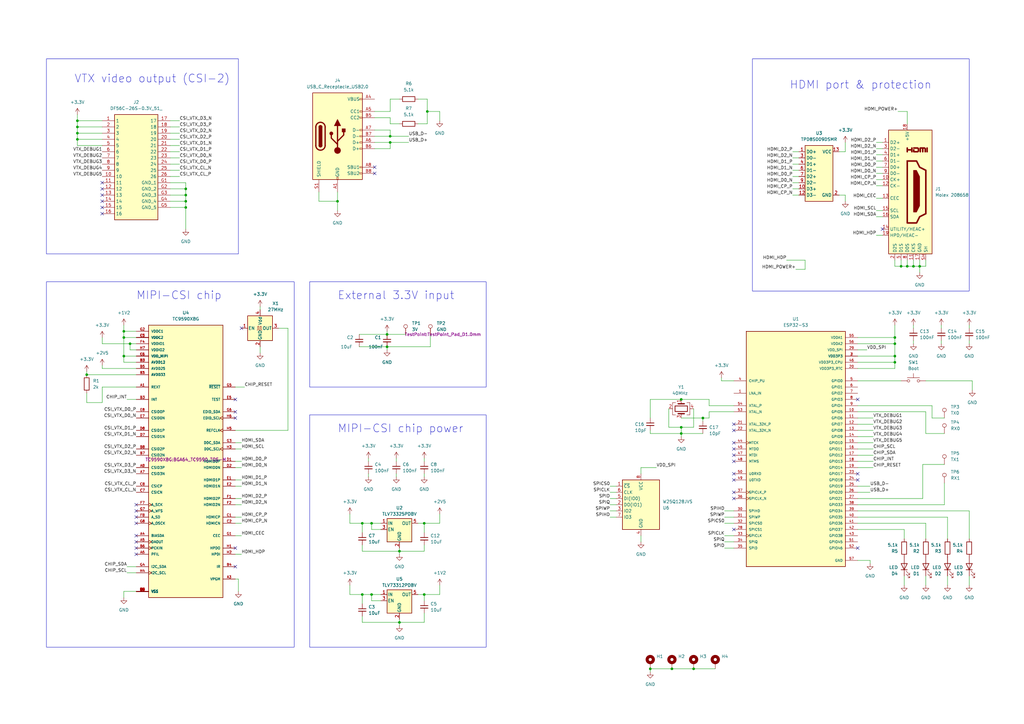
<source format=kicad_sch>
(kicad_sch (version 20230121) (generator eeschema)
  (paper "A3")
  (lib_symbols
    (symbol "Connector:HDMI_A_1.4"
      (property "Reference" "J" (at -6.35 26.67 0))
      (property "Value" "HDMI_A_1.4" (at 10.16 26.67 0))
      (symbol "HDMI_A_1.4_1_1"
        (pin passive line (at -10.16 20.32 0) (length 2.54) (name "D2+") (number "1"))
        (pin passive line (at -10.16 5.08 0) (length 2.54) (name "CK+") (number "10"))
        (pin power_in line (at 2.54 -27.94 90) (length 2.54) (name "CKS") (number "11"))
        (pin passive line (at -10.16 2.54 0) (length 2.54) (name "CK-") (number "12"))
        (pin bidirectional line (at -10.16 -2.54 0) (length 2.54) (name "CEC") (number "13"))
        (pin passive line (at -10.16 -15.24 0) (length 2.54) (name "UTILITY/HEAC+") (number "14"))
        (pin passive line (at -10.16 -7.62 0) (length 2.54) (name "SCL") (number "15"))
        (pin bidirectional line (at -10.16 -10.16 0) (length 2.54) (name "SDA") (number "16"))
        (pin power_in line (at 5.08 -27.94 90) (length 2.54) (name "GND") (number "17"))
        (pin power_in line (at 0 27.94 270) (length 2.54) (name "+5V") (number "18"))
        (pin passive line (at -10.16 -17.78 0) (length 2.54) (name "HPD/HEAC-") (number "19"))
        (pin power_in line (at -5.08 -27.94 90) (length 2.54) (name "D2S") (number "2"))
        (pin passive line (at -10.16 17.78 0) (length 2.54) (name "D2-") (number "3"))
        (pin passive line (at -10.16 15.24 0) (length 2.54) (name "D1+") (number "4"))
        (pin power_in line (at -2.54 -27.94 90) (length 2.54) (name "D1S") (number "5"))
        (pin passive line (at -10.16 12.7 0) (length 2.54) (name "D1-") (number "6"))
        (pin passive line (at -10.16 10.16 0) (length 2.54) (name "D0+") (number "7"))
        (pin power_in line (at 0 -27.94 90) (length 2.54) (name "D0S") (number "8"))
        (pin passive line (at -10.16 7.62 0) (length 2.54) (name "D0-") (number "9"))
        (pin passive line (at 7.62 -27.94 90) (length 2.54) (name "SH") (number "SH"))
      )
    )
    (symbol "Connector:TestPoint" (pin_numbers hide) (pin_names (offset 0.762) hide)
      (property "Reference" "TP" (at 0 6.858 0))
      (property "Value" "TestPoint" (at 0 5.08 0))
      (symbol "TestPoint_1_1"
        (pin passive line (at 0 0 90) (length 2.54) (name "1") (number "1"))
      )
    )
    (symbol "Connector:USB_C_Receptacle_USB2.0" (pin_names (offset 1.016))
      (property "Reference" "J" (at -10.16 19.05 0))
      (property "Value" "USB_C_Receptacle_USB2.0" (at 19.05 19.05 0))
      (symbol "USB_C_Receptacle_USB2.0_1_1"
        (pin passive line (at 0 -22.86 90) (length 5.08) (name "GND") (number "A1"))
        (pin passive line (at 0 -22.86 90) (length 5.08) hide (name "GND") (number "A12"))
        (pin passive line (at 15.24 15.24 180) (length 5.08) (name "VBUS") (number "A4"))
        (pin bidirectional line (at 15.24 10.16 180) (length 5.08) (name "CC1") (number "A5"))
        (pin bidirectional line (at 15.24 -2.54 180) (length 5.08) (name "D+") (number "A6"))
        (pin bidirectional line (at 15.24 2.54 180) (length 5.08) (name "D-") (number "A7"))
        (pin bidirectional line (at 15.24 -12.7 180) (length 5.08) (name "SBU1") (number "A8"))
        (pin passive line (at 15.24 15.24 180) (length 5.08) hide (name "VBUS") (number "A9"))
        (pin passive line (at 0 -22.86 90) (length 5.08) hide (name "GND") (number "B1"))
        (pin passive line (at 0 -22.86 90) (length 5.08) hide (name "GND") (number "B12"))
        (pin passive line (at 15.24 15.24 180) (length 5.08) hide (name "VBUS") (number "B4"))
        (pin bidirectional line (at 15.24 7.62 180) (length 5.08) (name "CC2") (number "B5"))
        (pin bidirectional line (at 15.24 -5.08 180) (length 5.08) (name "D+") (number "B6"))
        (pin bidirectional line (at 15.24 0 180) (length 5.08) (name "D-") (number "B7"))
        (pin bidirectional line (at 15.24 -15.24 180) (length 5.08) (name "SBU2") (number "B8"))
        (pin passive line (at 15.24 15.24 180) (length 5.08) hide (name "VBUS") (number "B9"))
        (pin passive line (at -7.62 -22.86 90) (length 5.08) (name "SHIELD") (number "S1"))
      )
    )
    (symbol "DF56C-26S-0_3V_51_:DF56C-26S-0.3V_51_"
      (property "Reference" "J" (at 24.13 7.62 0))
      (property "Value" "DF56C-26S-0.3V_51_" (at 24.13 5.08 0))
      (symbol "DF56C-26S-0.3V_51__1_1"
        (pin passive line (at 0 0 0) (length 5.08) (name "1") (number "1"))
        (pin passive line (at 0 -22.86 0) (length 5.08) (name "10") (number "10"))
        (pin passive line (at 0 -25.4 0) (length 5.08) (name "11") (number "11"))
        (pin passive line (at 0 -27.94 0) (length 5.08) (name "12") (number "12"))
        (pin passive line (at 0 -30.48 0) (length 5.08) (name "13") (number "13"))
        (pin passive line (at 0 -33.02 0) (length 5.08) (name "14") (number "14"))
        (pin passive line (at 0 -35.56 0) (length 5.08) (name "15") (number "15"))
        (pin passive line (at 0 -38.1 0) (length 5.08) (name "16") (number "16"))
        (pin passive line (at 27.94 0 180) (length 5.08) (name "17") (number "17"))
        (pin passive line (at 27.94 -2.54 180) (length 5.08) (name "18") (number "18"))
        (pin passive line (at 27.94 -5.08 180) (length 5.08) (name "19") (number "19"))
        (pin passive line (at 0 -2.54 0) (length 5.08) (name "2") (number "2"))
        (pin passive line (at 27.94 -7.62 180) (length 5.08) (name "20") (number "20"))
        (pin passive line (at 27.94 -10.16 180) (length 5.08) (name "21") (number "21"))
        (pin passive line (at 27.94 -12.7 180) (length 5.08) (name "22") (number "22"))
        (pin passive line (at 27.94 -15.24 180) (length 5.08) (name "23") (number "23"))
        (pin passive line (at 27.94 -17.78 180) (length 5.08) (name "24") (number "24"))
        (pin passive line (at 27.94 -20.32 180) (length 5.08) (name "25") (number "25"))
        (pin passive line (at 27.94 -22.86 180) (length 5.08) (name "26") (number "26"))
        (pin passive line (at 0 -5.08 0) (length 5.08) (name "3") (number "3"))
        (pin passive line (at 0 -7.62 0) (length 5.08) (name "4") (number "4"))
        (pin passive line (at 0 -10.16 0) (length 5.08) (name "5") (number "5"))
        (pin passive line (at 0 -12.7 0) (length 5.08) (name "6") (number "6"))
        (pin passive line (at 0 -15.24 0) (length 5.08) (name "7") (number "7"))
        (pin passive line (at 0 -17.78 0) (length 5.08) (name "8") (number "8"))
        (pin passive line (at 0 -20.32 0) (length 5.08) (name "9") (number "9"))
        (pin passive line (at 27.94 -25.4 180) (length 5.08) (name "GND_1") (number "G1"))
        (pin passive line (at 27.94 -27.94 180) (length 5.08) (name "GND_2") (number "G2"))
        (pin passive line (at 27.94 -30.48 180) (length 5.08) (name "GND_3") (number "G3"))
        (pin passive line (at 27.94 -33.02 180) (length 5.08) (name "GND_4") (number "G4"))
        (pin passive line (at 27.94 -35.56 180) (length 5.08) (name "GND_5") (number "G5"))
      )
    )
    (symbol "Device:C_Small" (pin_numbers hide) (pin_names (offset 0.254) hide)
      (property "Reference" "C" (at 0.254 1.778 0))
      (property "Value" "C_Small" (at 0.254 -2.032 0))
      (symbol "C_Small_1_1"
        (pin passive line (at 0 2.54 270) (length 2.032) (name "~") (number "1"))
        (pin passive line (at 0 -2.54 90) (length 2.032) (name "~") (number "2"))
      )
    )
    (symbol "Device:Crystal_GND24" (pin_names (offset 1.016) hide)
      (property "Reference" "Y" (at 3.175 5.08 0))
      (property "Value" "Crystal_GND24" (at 3.175 3.175 0))
      (symbol "Crystal_GND24_1_1"
        (pin passive line (at -3.81 0 0) (length 1.27) (name "1") (number "1"))
        (pin passive line (at 0 5.08 270) (length 1.27) (name "2") (number "2"))
        (pin passive line (at 3.81 0 180) (length 1.27) (name "3") (number "3"))
        (pin passive line (at 0 -5.08 90) (length 1.27) (name "4") (number "4"))
      )
    )
    (symbol "Device:LED" (pin_numbers hide) (pin_names (offset 1.016) hide)
      (property "Reference" "D" (at 0 2.54 0))
      (property "Value" "LED" (at 0 -2.54 0))
      (symbol "LED_1_1"
        (pin passive line (at -3.81 0 0) (length 2.54) (name "K") (number "1"))
        (pin passive line (at 3.81 0 180) (length 2.54) (name "A") (number "2"))
      )
    )
    (symbol "Device:R" (pin_numbers hide) (pin_names (offset 0))
      (property "Reference" "R" (at 2.032 0 90))
      (property "Value" "R" (at 0 0 90))
      (symbol "R_1_1"
        (pin passive line (at 0 3.81 270) (length 1.27) (name "~") (number "1"))
        (pin passive line (at 0 -3.81 90) (length 1.27) (name "~") (number "2"))
      )
    )
    (symbol "ESP32-S3:ESP32-S3" (pin_names (offset 1.016))
      (property "Reference" "U" (at -20.32 49.53 0))
      (property "Value" "ESP32-S3" (at -20.32 -49.53 0))
      (symbol "ESP32-S3_0_0"
        (pin bidirectional line (at -25.4 22.86 0) (length 5.08) (name "LNA_IN") (number "1"))
        (pin bidirectional line (at 25.4 15.24 180) (length 5.08) (name "GPIO5") (number "10"))
        (pin bidirectional line (at 25.4 12.7 180) (length 5.08) (name "GPIO6") (number "11"))
        (pin bidirectional line (at 25.4 10.16 180) (length 5.08) (name "GPIO7") (number "12"))
        (pin bidirectional line (at 25.4 7.62 180) (length 5.08) (name "GPIO8") (number "13"))
        (pin bidirectional line (at 25.4 5.08 180) (length 5.08) (name "GPIO9") (number "14"))
        (pin bidirectional line (at 25.4 2.54 180) (length 5.08) (name "GPIO10") (number "15"))
        (pin bidirectional line (at 25.4 0 180) (length 5.08) (name "GPIO11") (number "16"))
        (pin bidirectional line (at 25.4 -2.54 180) (length 5.08) (name "GPIO12") (number "17"))
        (pin bidirectional line (at 25.4 -5.08 180) (length 5.08) (name "GPIO13") (number "18"))
        (pin bidirectional line (at 25.4 -7.62 180) (length 5.08) (name "GPIO14") (number "19"))
        (pin power_in line (at 25.4 38.1 180) (length 5.08) (name "VDD3P3") (number "2"))
        (pin power_in line (at 25.4 33.02 180) (length 5.08) (name "VDD3P3_RTC") (number "20"))
        (pin bidirectional line (at -25.4 10.16 0) (length 5.08) (name "XTAL_32K_P") (number "21"))
        (pin bidirectional line (at -25.4 7.62 0) (length 5.08) (name "XTAL_32K_N") (number "22"))
        (pin bidirectional line (at 25.4 -10.16 180) (length 5.08) (name "GPIO17") (number "23"))
        (pin bidirectional line (at 25.4 -12.7 180) (length 5.08) (name "GPIO18") (number "24"))
        (pin bidirectional line (at 25.4 -15.24 180) (length 5.08) (name "GPIO19") (number "25"))
        (pin bidirectional line (at 25.4 -17.78 180) (length 5.08) (name "GPIO20") (number "26"))
        (pin bidirectional line (at 25.4 -20.32 180) (length 5.08) (name "GPIO21") (number "27"))
        (pin bidirectional line (at -25.4 -33.02 0) (length 5.08) (name "SPICS1") (number "28"))
        (pin power_in line (at 25.4 40.64 180) (length 5.08) (name "VDD_SPI") (number "29"))
        (pin power_in line (at 25.4 38.1 180) (length 5.08) (name "VDD3P3") (number "3"))
        (pin bidirectional line (at -25.4 -25.4 0) (length 5.08) (name "SPIHD") (number "30"))
        (pin bidirectional line (at -25.4 -27.94 0) (length 5.08) (name "SPIWP") (number "31"))
        (pin bidirectional line (at -25.4 -30.48 0) (length 5.08) (name "SPICS0") (number "32"))
        (pin bidirectional clock (at -25.4 -35.56 0) (length 5.08) (name "SPICLK") (number "33"))
        (pin bidirectional line (at -25.4 -38.1 0) (length 5.08) (name "SPIQ") (number "34"))
        (pin bidirectional line (at -25.4 -40.64 0) (length 5.08) (name "SPID") (number "35"))
        (pin bidirectional clock (at -25.4 -20.32 0) (length 5.08) (name "SPICLK_N") (number "36"))
        (pin bidirectional clock (at -25.4 -17.78 0) (length 5.08) (name "SPICLK_P") (number "37"))
        (pin bidirectional line (at 25.4 -22.86 180) (length 5.08) (name "GPIO33") (number "38"))
        (pin bidirectional line (at 25.4 -25.4 180) (length 5.08) (name "GPIO34") (number "39"))
        (pin input line (at -25.4 27.94 0) (length 5.08) (name "CHIP_PU") (number "4"))
        (pin bidirectional line (at 25.4 -27.94 180) (length 5.08) (name "GPIO35") (number "40"))
        (pin bidirectional line (at 25.4 -30.48 180) (length 5.08) (name "GPIO36") (number "41"))
        (pin bidirectional line (at 25.4 -33.02 180) (length 5.08) (name "GPIO37") (number "42"))
        (pin bidirectional line (at 25.4 -35.56 180) (length 5.08) (name "GPIO38") (number "43"))
        (pin bidirectional clock (at -25.4 2.54 0) (length 5.08) (name "MTCK") (number "44"))
        (pin bidirectional line (at -25.4 0 0) (length 5.08) (name "MTDO") (number "45"))
        (pin power_in line (at 25.4 35.56 180) (length 5.08) (name "VDD3P3_CPU") (number "46"))
        (pin bidirectional line (at -25.4 -2.54 0) (length 5.08) (name "MTDI") (number "47"))
        (pin bidirectional line (at -25.4 -5.08 0) (length 5.08) (name "MTMS") (number "48"))
        (pin bidirectional line (at -25.4 -12.7 0) (length 5.08) (name "U0TXD") (number "49"))
        (pin bidirectional line (at 25.4 27.94 180) (length 5.08) (name "GPIO0") (number "5"))
        (pin bidirectional line (at -25.4 -10.16 0) (length 5.08) (name "U0RXD") (number "50"))
        (pin bidirectional line (at 25.4 -38.1 180) (length 5.08) (name "GPIO45") (number "51"))
        (pin bidirectional line (at 25.4 -40.64 180) (length 5.08) (name "GPIO46") (number "52"))
        (pin output line (at -25.4 15.24 0) (length 5.08) (name "XTAL_N") (number "53"))
        (pin input line (at -25.4 17.78 0) (length 5.08) (name "XTAL_P") (number "54"))
        (pin power_in line (at 25.4 45.72 180) (length 5.08) (name "VDDA1") (number "55"))
        (pin power_in line (at 25.4 43.18 180) (length 5.08) (name "VDDA2") (number "56"))
        (pin power_in line (at 25.4 -45.72 180) (length 5.08) (name "GND") (number "57"))
        (pin bidirectional line (at 25.4 25.4 180) (length 5.08) (name "GPIO1") (number "6"))
        (pin bidirectional line (at 25.4 22.86 180) (length 5.08) (name "GPIO2") (number "7"))
        (pin bidirectional line (at 25.4 20.32 180) (length 5.08) (name "GPIO3") (number "8"))
        (pin bidirectional line (at 25.4 17.78 180) (length 5.08) (name "GPIO4") (number "9"))
      )
    )
    (symbol "Mechanical:MountingHole_Pad" (pin_numbers hide) (pin_names (offset 1.016) hide)
      (property "Reference" "H" (at 0 6.35 0))
      (property "Value" "MountingHole_Pad" (at 0 4.445 0))
      (symbol "MountingHole_Pad_1_1"
        (pin input line (at 0 -2.54 90) (length 2.54) (name "1") (number "1"))
      )
    )
    (symbol "Memory_Flash:W25Q128JVS"
      (property "Reference" "U" (at -8.89 8.89 0))
      (property "Value" "W25Q128JVS" (at 7.62 8.89 0))
      (symbol "W25Q128JVS_1_1"
        (pin input line (at -10.16 7.62 0) (length 2.54) (name "~{CS}") (number "1"))
        (pin bidirectional line (at -10.16 0 0) (length 2.54) (name "DO(IO1)") (number "2"))
        (pin bidirectional line (at -10.16 -2.54 0) (length 2.54) (name "IO2") (number "3"))
        (pin power_in line (at 0 -12.7 90) (length 2.54) (name "GND") (number "4"))
        (pin bidirectional line (at -10.16 2.54 0) (length 2.54) (name "DI(IO0)") (number "5"))
        (pin input line (at -10.16 5.08 0) (length 2.54) (name "CLK") (number "6"))
        (pin bidirectional line (at -10.16 -5.08 0) (length 2.54) (name "IO3") (number "7"))
        (pin power_in line (at 0 12.7 270) (length 2.54) (name "VCC") (number "8"))
      )
    )
    (symbol "Oscillator:TXC-7C" (pin_names (offset 0.254))
      (property "Reference" "X" (at -5.08 6.35 0))
      (property "Value" "TXC-7C" (at 1.27 -6.35 0))
      (symbol "TXC-7C_1_1"
        (pin input line (at -7.62 0 0) (length 2.54) (name "EN") (number "1"))
        (pin power_in line (at 0 -7.62 90) (length 2.54) (name "GND") (number "2"))
        (pin output line (at 7.62 0 180) (length 2.54) (name "OUT") (number "3"))
        (pin power_in line (at 0 7.62 270) (length 2.54) (name "Vdd") (number "4"))
      )
    )
    (symbol "Regulator_Linear:TLV73312PDBV" (pin_names (offset 0.254))
      (property "Reference" "U" (at -3.81 5.715 0))
      (property "Value" "TLV73312PDBV" (at 0 5.715 0))
      (symbol "TLV73312PDBV_1_1"
        (pin power_in line (at -7.62 2.54 0) (length 2.54) (name "IN") (number "1"))
        (pin power_in line (at 0 -7.62 90) (length 2.54) (name "GND") (number "2"))
        (pin input line (at -7.62 0 0) (length 2.54) (name "EN") (number "3"))
        (pin no_connect line (at 5.08 0 180) (length 2.54) hide (name "NC") (number "4"))
        (pin power_out line (at 7.62 2.54 180) (length 2.54) (name "OUT") (number "5"))
      )
    )
    (symbol "Regulator_Linear:TLV73325PDBV" (pin_names (offset 0.254))
      (property "Reference" "U" (at -3.81 5.715 0))
      (property "Value" "TLV73325PDBV" (at 0 5.715 0))
      (symbol "TLV73325PDBV_1_1"
        (pin power_in line (at -7.62 2.54 0) (length 2.54) (name "IN") (number "1"))
        (pin power_in line (at 0 -7.62 90) (length 2.54) (name "GND") (number "2"))
        (pin input line (at -7.62 0 0) (length 2.54) (name "EN") (number "3"))
        (pin no_connect line (at 5.08 0 180) (length 2.54) hide (name "NC") (number "4"))
        (pin power_out line (at 7.62 2.54 180) (length 2.54) (name "OUT") (number "5"))
      )
    )
    (symbol "Switch:SW_Push" (pin_numbers hide) (pin_names (offset 1.016) hide)
      (property "Reference" "SW" (at 1.27 2.54 0))
      (property "Value" "SW_Push" (at 0 -1.524 0))
      (symbol "SW_Push_0_1"
        (pin passive line (at -5.08 0 0) (length 2.54) (name "1") (number "1"))
        (pin passive line (at 5.08 0 180) (length 2.54) (name "2") (number "2"))
      )
    )
    (symbol "TC9590XBG_2:TC9590XBG" (pin_names (offset 1.016))
      (property "Reference" "U" (at -15.24 58.42 0))
      (property "Value" "TC9590XBG" (at -15.24 -58.42 0))
      (symbol "TC9590XBG_0_0"
        (pin passive line (at 20.32 30.48 180) (length 5.08) (name "REXT") (number "A1"))
        (pin power_in line (at 20.32 -53.34 180) (length 5.08) (name "VSS") (number "A2"))
        (pin passive line (at -20.32 -48.26 0) (length 5.08) (name "VPGM") (number "A3"))
        (pin output line (at 20.32 -30.48 180) (length 5.08) (name "BIASDA") (number "A4"))
        (pin output clock (at 20.32 -33.02 180) (length 5.08) (name "DAOUT") (number "A5"))
        (pin output line (at 20.32 -38.1 180) (length 5.08) (name "PFIL") (number "A6"))
        (pin bidirectional line (at 20.32 -5.08 180) (length 5.08) (name "CSID3N") (number "A7"))
        (pin bidirectional line (at 20.32 -2.54 180) (length 5.08) (name "CSID3P") (number "A8"))
        (pin power_in line (at 20.32 35.56 180) (length 5.08) (name "AVDD33") (number "B1"))
        (pin power_in line (at 20.32 40.64 180) (length 5.08) (name "AVDD12") (number "B2"))
        (pin output line (at 20.32 25.4 180) (length 5.08) (name "INT") (number "B3"))
        (pin input line (at -20.32 -43.18 0) (length 5.08) (name "IR") (number "B4"))
        (pin power_in line (at 20.32 38.1 180) (length 5.08) (name "AVDD25") (number "B5"))
        (pin input clock (at 20.32 -35.56 180) (length 5.08) (name "PCKIN") (number "B6"))
        (pin bidirectional line (at 20.32 2.54 180) (length 5.08) (name "CSID2N") (number "B7"))
        (pin bidirectional line (at 20.32 5.08 180) (length 5.08) (name "CSID2P") (number "B8"))
        (pin bidirectional line (at -20.32 -22.86 0) (length 5.08) (name "HDMICP") (number "C1"))
        (pin bidirectional line (at -20.32 -25.4 0) (length 5.08) (name "HDMICN") (number "C2"))
        (pin power_in line (at 20.32 50.8 180) (length 5.08) (name "VDDC2") (number "C3"))
        (pin power_in line (at 20.32 -53.34 180) (length 5.08) (name "VSS") (number "C4"))
        (pin power_in line (at 20.32 -53.34 180) (length 5.08) (name "VSS") (number "C5"))
        (pin power_in line (at 20.32 43.18 180) (length 5.08) (name "VDD_MIPI") (number "C6"))
        (pin bidirectional line (at 20.32 -12.7 180) (length 5.08) (name "CSICN") (number "C7"))
        (pin bidirectional line (at 20.32 -10.16 180) (length 5.08) (name "CSICP") (number "C8"))
        (pin bidirectional line (at -20.32 0 0) (length 5.08) (name "HDMID0P") (number "D1"))
        (pin bidirectional line (at -20.32 -2.54 0) (length 5.08) (name "HDMID0N") (number "D2"))
        (pin power_in line (at 20.32 40.64 180) (length 5.08) (name "AVDD12") (number "D3"))
        (pin power_in line (at 20.32 -53.34 180) (length 5.08) (name "VSS") (number "D4"))
        (pin power_in line (at 20.32 -53.34 180) (length 5.08) (name "VSS") (number "D5"))
        (pin power_in line (at 20.32 -53.34 180) (length 5.08) (name "VSS") (number "D6"))
        (pin bidirectional line (at 20.32 10.16 180) (length 5.08) (name "CSID1N") (number "D7"))
        (pin bidirectional line (at 20.32 12.7 180) (length 5.08) (name "CSID1P") (number "D8"))
        (pin bidirectional line (at -20.32 -7.62 0) (length 5.08) (name "HDMID1P") (number "E1"))
        (pin bidirectional line (at -20.32 -10.16 0) (length 5.08) (name "HDMID1N") (number "E2"))
        (pin power_in line (at 20.32 -53.34 180) (length 5.08) (name "VSS") (number "E3"))
        (pin power_in line (at 20.32 -53.34 180) (length 5.08) (name "VSS") (number "E4"))
        (pin input line (at -20.32 25.4 0) (length 5.08) (name "TEST") (number "E5"))
        (pin power_in line (at 20.32 -53.34 180) (length 5.08) (name "VSS") (number "E6"))
        (pin bidirectional line (at 20.32 17.78 180) (length 5.08) (name "CSID0N") (number "E7"))
        (pin bidirectional line (at 20.32 20.32 180) (length 5.08) (name "CSID0P") (number "E8"))
        (pin bidirectional line (at -20.32 -15.24 0) (length 5.08) (name "HDMID2P") (number "F1"))
        (pin bidirectional line (at -20.32 -17.78 0) (length 5.08) (name "HDMID2N") (number "F2"))
        (pin power_in line (at 20.32 35.56 180) (length 5.08) (name "AVDD33") (number "F3"))
        (pin power_in line (at 20.32 48.26 180) (length 5.08) (name "VDDIO1") (number "F4"))
        (pin power_in line (at 20.32 50.8 180) (length 5.08) (name "VDDC2") (number "F5"))
        (pin power_in line (at 20.32 43.18 180) (length 5.08) (name "VDD_MIPI") (number "F6"))
        (pin output clock (at 20.32 -17.78 180) (length 5.08) (name "A_SCK") (number "F7"))
        (pin output line (at 20.32 -22.86 180) (length 5.08) (name "A_SD") (number "F8"))
        (pin bidirectional line (at -20.32 -30.48 0) (length 5.08) (name "CEC") (number "G1"))
        (pin power_in line (at 20.32 53.34 180) (length 5.08) (name "VDDC1") (number "G2"))
        (pin bidirectional line (at -20.32 7.62 0) (length 5.08) (name "DDC_SDA") (number "G3"))
        (pin bidirectional line (at 20.32 -43.18 180) (length 5.08) (name "I2C_SDA") (number "G4"))
        (pin input line (at -20.32 30.48 0) (length 5.08) (name "~{RESET}") (number "G5"))
        (pin bidirectional line (at -20.32 20.32 0) (length 5.08) (name "EDID_SDA") (number "G6"))
        (pin output clock (at 20.32 -20.32 180) (length 5.08) (name "A_WFS") (number "G7"))
        (pin output clock (at 20.32 -25.4 180) (length 5.08) (name "A_OSCK") (number "G8"))
        (pin output line (at -20.32 -35.56 0) (length 5.08) (name "HPDO") (number "H1"))
        (pin input line (at -20.32 -38.1 0) (length 5.08) (name "HPDI") (number "H2"))
        (pin bidirectional clock (at -20.32 5.08 0) (length 5.08) (name "DDC_SCL") (number "H3"))
        (pin bidirectional clock (at 20.32 -45.72 180) (length 5.08) (name "I2C_SCL") (number "H4"))
        (pin input clock (at -20.32 12.7 0) (length 5.08) (name "REFCLK") (number "H5"))
        (pin bidirectional clock (at -20.32 17.78 0) (length 5.08) (name "EDID_SCL") (number "H6"))
        (pin power_in line (at 20.32 45.72 180) (length 5.08) (name "VDDIO2") (number "H7"))
        (pin power_in line (at 20.32 -53.34 180) (length 5.08) (name "VSS") (number "H8"))
      )
    )
    (symbol "power:+1V2" (power) (pin_names (offset 0))
      (property "Value" "+1V2" (at 0 3.556 0))
      (symbol "+1V2_1_1"
        (pin power_in line (at 0 0 90) (length 0) hide (name "+1V2") (number "1"))
      )
    )
    (symbol "power:+2V5" (power) (pin_names (offset 0))
      (property "Value" "+2V5" (at 0 3.556 0))
      (symbol "+2V5_1_1"
        (pin power_in line (at 0 0 90) (length 0) hide (name "+2V5") (number "1"))
      )
    )
    (symbol "power:+3.3V" (power) (pin_names (offset 0))
      (property "Value" "+3.3V" (at 0 3.556 0))
      (symbol "+3.3V_1_1"
        (pin power_in line (at 0 0 90) (length 0) hide (name "+3.3V") (number "1"))
      )
    )
    (symbol "power:GND" (power) (pin_names (offset 0))
      (property "Value" "GND" (at 0 -3.81 0))
      (symbol "GND_1_1"
        (pin power_in line (at 0 0 270) (length 0) hide (name "GND") (number "1"))
      )
    )
    (symbol "tpd8s009dsmr:TPD8S009DSMR"
      (property "Reference" "U" (at 30.48 -2.54 0))
      (property "Value" "TPD8S009DSMR" (at 30.48 -5.08 0))
      (symbol "TPD8S009DSMR_1_1"
        (pin passive line (at 0 0 0) (length 2.54) (name "D0+") (number "1"))
        (pin passive line (at 0 -15.24 0) (length 2.54) (name "D3+") (number "10"))
        (pin passive line (at 16.51 -17.78 180) (length 2.54) hide (name "GND") (number "11"))
        (pin passive line (at 0 -17.78 0) (length 2.54) (name "D3-") (number "12"))
        (pin power_in line (at 16.51 0 180) (length 2.54) (name "VCC") (number "13"))
        (pin no_connect line (at 13.97 -15.24 180) (length 2.54) hide (name "NC") (number "14"))
        (pin passive line (at 16.51 0 180) (length 2.54) hide (name "VCC") (number "15"))
        (pin passive line (at 16.51 -17.78 180) (length 2.54) (name "GND") (number "2"))
        (pin passive line (at 0 -2.54 0) (length 2.54) (name "D0-") (number "3"))
        (pin passive line (at 0 -5.08 0) (length 2.54) (name "D1+") (number "4"))
        (pin passive line (at 16.51 -17.78 180) (length 2.54) hide (name "GND") (number "5"))
        (pin passive line (at 0 -7.62 0) (length 2.54) (name "D1-") (number "6"))
        (pin passive line (at 0 -10.16 0) (length 2.54) (name "D2+") (number "7"))
        (pin passive line (at 16.51 -17.78 180) (length 2.54) hide (name "GND") (number "8"))
        (pin passive line (at 16.51 -17.78 180) (length 2.54) hide (name "GND") (number "8"))
        (pin passive line (at 0 -12.7 0) (length 2.54) (name "D2-") (number "9"))
      )
    )
  )
  (junction (at 50.8 146.05))
  (junction (at 369.57 109.22))
  (junction (at 31.75 57.15))
  (junction (at 367.03 140.97))
  (junction (at 31.75 52.07))
  (junction (at 367.03 146.05))
  (junction (at 367.03 138.43))
  (junction (at 31.75 49.53))
  (junction (at 374.65 109.22))
  (junction (at 173.99 243.84))
  (junction (at 163.83 255.27))
  (junction (at 266.7 274.32))
  (junction (at 152.4 243.84))
  (junction (at 284.48 274.32))
  (junction (at 76.2 80.01))
  (junction (at 138.43 82.55))
  (junction (at 148.59 214.63))
  (junction (at 76.2 82.55))
  (junction (at 173.99 214.63))
  (junction (at 279.4 163.83))
  (junction (at 31.75 54.61))
  (junction (at 158.75 137.16))
  (junction (at 76.2 85.09))
  (junction (at 35.56 153.67))
  (junction (at 160.02 55.88))
  (junction (at 377.19 109.22))
  (junction (at 288.29 171.45))
  (junction (at 279.4 177.8))
  (junction (at 163.83 226.06))
  (junction (at 279.4 175.26))
  (junction (at 275.59 274.32))
  (junction (at 160.02 58.42))
  (junction (at 158.75 142.24))
  (junction (at 53.34 140.97))
  (junction (at 50.8 135.89))
  (junction (at 50.8 138.43))
  (junction (at 148.59 243.84))
  (junction (at 175.26 45.72))
  (junction (at 76.2 77.47))
  (junction (at 152.4 214.63))
  (junction (at 372.11 109.22))
  (junction (at 367.03 148.59))
  (no_connect (at 300.99 196.85))
  (no_connect (at 55.88 222.25))
  (no_connect (at 55.88 209.55))
  (no_connect (at 361.95 93.98))
  (no_connect (at 55.88 227.33))
  (no_connect (at 96.52 163.83))
  (no_connect (at 55.88 214.63))
  (no_connect (at 96.52 168.91))
  (no_connect (at 41.91 82.55))
  (no_connect (at 300.99 189.23))
  (no_connect (at 41.91 74.93))
  (no_connect (at 55.88 224.79))
  (no_connect (at 300.99 176.53))
  (no_connect (at 153.67 68.58))
  (no_connect (at 300.99 217.17))
  (no_connect (at 41.91 77.47))
  (no_connect (at 41.91 87.63))
  (no_connect (at 300.99 186.69))
  (no_connect (at 55.88 212.09))
  (no_connect (at 55.88 219.71))
  (no_connect (at 300.99 204.47))
  (no_connect (at 300.99 173.99))
  (no_connect (at 300.99 194.31))
  (no_connect (at 96.52 232.41))
  (no_connect (at 153.67 71.12))
  (no_connect (at 351.79 194.31))
  (no_connect (at 300.99 201.93))
  (no_connect (at 300.99 184.15))
  (no_connect (at 41.91 85.09))
  (no_connect (at 55.88 207.01))
  (no_connect (at 351.79 163.83))
  (no_connect (at 96.52 171.45))
  (no_connect (at 351.79 224.79))
  (no_connect (at 99.06 134.62))
  (no_connect (at 96.52 224.79))
  (no_connect (at 41.91 80.01))
  (no_connect (at 300.99 181.61))
  (no_connect (at 351.79 196.85))
  (wire (pts (xy 351.79 138.43) (xy 367.03 138.43)))
  (wire (pts (xy 397.51 240.03) (xy 397.51 236.22)))
  (wire (pts (xy 175.26 45.72) (xy 180.34 45.72)))
  (wire (pts (xy 73.66 52.07) (xy 69.85 52.07)))
  (wire (pts (xy 377.19 111.76) (xy 377.19 109.22)))
  (wire (pts (xy 358.14 171.45) (xy 351.79 171.45)))
  (wire (pts (xy 99.06 191.77) (xy 96.52 191.77)))
  (wire (pts (xy 99.06 207.01) (xy 96.52 207.01)))
  (wire (pts (xy 163.83 255.27) (xy 163.83 256.54)))
  (wire (pts (xy 351.79 156.21) (xy 369.57 156.21)))
  (wire (pts (xy 173.99 195.58) (xy 173.99 194.31)))
  (wire (pts (xy 53.34 143.51) (xy 53.34 140.97)))
  (wire (pts (xy 351.79 207.01) (xy 387.35 207.01)))
  (wire (pts (xy 173.99 214.63) (xy 180.34 214.63)))
  (wire (pts (xy 50.8 138.43) (xy 55.88 138.43)))
  (wire (pts (xy 279.4 175.26) (xy 279.4 177.8)))
  (wire (pts (xy 163.83 224.79) (xy 163.83 226.06)))
  (wire (pts (xy 386.08 133.35) (xy 386.08 134.62)))
  (wire (pts (xy 356.87 201.93) (xy 351.79 201.93)))
  (wire (pts (xy 250.19 201.93) (xy 252.73 201.93)))
  (wire (pts (xy 153.67 58.42) (xy 160.02 58.42)))
  (wire (pts (xy 297.18 219.71) (xy 300.99 219.71)))
  (wire (pts (xy 351.79 148.59) (xy 367.03 148.59)))
  (wire (pts (xy 288.29 172.72) (xy 288.29 171.45)))
  (wire (pts (xy 356.87 199.39) (xy 351.79 199.39)))
  (wire (pts (xy 370.84 236.22) (xy 370.84 240.03)))
  (wire (pts (xy 374.65 106.68) (xy 374.65 109.22)))
  (wire (pts (xy 73.66 49.53) (xy 69.85 49.53)))
  (wire (pts (xy 173.99 243.84) (xy 180.34 243.84)))
  (wire (pts (xy 106.68 125.73) (xy 106.68 127)))
  (wire (pts (xy 148.59 252.73) (xy 148.59 255.27)))
  (wire (pts (xy 158.75 142.24) (xy 158.75 143.51)))
  (wire (pts (xy 279.4 163.83) (xy 290.83 163.83)))
  (wire (pts (xy 250.19 207.01) (xy 252.73 207.01)))
  (wire (pts (xy 138.43 82.55) (xy 138.43 86.36)))
  (wire (pts (xy 41.91 158.75) (xy 55.88 158.75)))
  (wire (pts (xy 325.12 67.31) (xy 327.66 67.31)))
  (wire (pts (xy 351.79 212.09) (xy 388.62 212.09)))
  (wire (pts (xy 284.48 167.64) (xy 284.48 175.26)))
  (wire (pts (xy 99.06 219.71) (xy 96.52 219.71)))
  (wire (pts (xy 41.91 49.53) (xy 31.75 49.53)))
  (wire (pts (xy 290.83 166.37) (xy 290.83 163.83)))
  (wire (pts (xy 173.99 226.06) (xy 163.83 226.06)))
  (wire (pts (xy 379.73 106.68) (xy 379.73 109.22)))
  (wire (pts (xy 171.45 40.64) (xy 175.26 40.64)))
  (wire (pts (xy 41.91 52.07) (xy 31.75 52.07)))
  (wire (pts (xy 379.73 109.22) (xy 377.19 109.22)))
  (wire (pts (xy 388.62 212.09) (xy 388.62 220.98)))
  (wire (pts (xy 379.73 177.8) (xy 387.35 177.8)))
  (wire (pts (xy 297.18 222.25) (xy 300.99 222.25)))
  (wire (pts (xy 173.99 187.96) (xy 173.99 189.23)))
  (wire (pts (xy 274.32 175.26) (xy 274.32 167.64)))
  (wire (pts (xy 386.08 140.97) (xy 386.08 139.7)))
  (wire (pts (xy 31.75 59.69) (xy 41.91 59.69)))
  (wire (pts (xy 148.59 243.84) (xy 152.4 243.84)))
  (wire (pts (xy 31.75 46.99) (xy 31.75 49.53)))
  (wire (pts (xy 156.21 217.17) (xy 152.4 217.17)))
  (wire (pts (xy 163.83 254) (xy 163.83 255.27)))
  (wire (pts (xy 297.18 224.79) (xy 300.99 224.79)))
  (wire (pts (xy 397.51 209.55) (xy 397.51 220.98)))
  (wire (pts (xy 96.52 158.75) (xy 100.33 158.75)))
  (wire (pts (xy 382.27 171.45) (xy 387.35 171.45)))
  (wire (pts (xy 367.03 106.68) (xy 367.03 109.22)))
  (wire (pts (xy 50.8 242.57) (xy 55.88 242.57)))
  (wire (pts (xy 50.8 138.43) (xy 50.8 146.05)))
  (wire (pts (xy 358.14 189.23) (xy 351.79 189.23)))
  (wire (pts (xy 73.66 72.39) (xy 69.85 72.39)))
  (wire (pts (xy 153.67 45.72) (xy 160.02 45.72)))
  (wire (pts (xy 367.03 148.59) (xy 367.03 146.05)))
  (wire (pts (xy 106.68 144.78) (xy 106.68 142.24)))
  (wire (pts (xy 367.03 140.97) (xy 367.03 146.05)))
  (wire (pts (xy 379.73 214.63) (xy 379.73 220.98)))
  (wire (pts (xy 148.59 218.44) (xy 148.59 214.63)))
  (wire (pts (xy 99.06 184.15) (xy 96.52 184.15)))
  (wire (pts (xy 275.59 274.32) (xy 284.48 274.32)))
  (wire (pts (xy 180.34 45.72) (xy 180.34 49.53)))
  (wire (pts (xy 153.67 60.96) (xy 160.02 60.96)))
  (wire (pts (xy 330.2 106.68) (xy 330.2 110.49)))
  (wire (pts (xy 73.66 54.61) (xy 69.85 54.61)))
  (wire (pts (xy 99.06 212.09) (xy 96.52 212.09)))
  (wire (pts (xy 163.83 255.27) (xy 173.99 255.27)))
  (wire (pts (xy 279.4 177.8) (xy 288.29 177.8)))
  (wire (pts (xy 148.59 214.63) (xy 152.4 214.63)))
  (wire (pts (xy 379.73 156.21) (xy 398.78 156.21)))
  (wire (pts (xy 50.8 133.35) (xy 50.8 135.89)))
  (wire (pts (xy 148.59 247.65) (xy 148.59 243.84)))
  (wire (pts (xy 358.14 186.69) (xy 351.79 186.69)))
  (wire (pts (xy 325.12 77.47) (xy 327.66 77.47)))
  (wire (pts (xy 372.11 106.68) (xy 372.11 109.22)))
  (wire (pts (xy 279.4 175.26) (xy 274.32 175.26)))
  (wire (pts (xy 359.41 88.9) (xy 361.95 88.9)))
  (wire (pts (xy 266.7 171.45) (xy 266.7 163.83)))
  (wire (pts (xy 262.89 222.25) (xy 262.89 219.71)))
  (wire (pts (xy 73.66 69.85) (xy 69.85 69.85)))
  (wire (pts (xy 76.2 80.01) (xy 76.2 82.55)))
  (wire (pts (xy 284.48 175.26) (xy 279.4 175.26)))
  (wire (pts (xy 41.91 165.1) (xy 41.91 158.75)))
  (wire (pts (xy 158.75 135.89) (xy 158.75 137.16)))
  (wire (pts (xy 250.19 199.39) (xy 252.73 199.39)))
  (wire (pts (xy 351.79 166.37) (xy 382.27 166.37)))
  (wire (pts (xy 69.85 82.55) (xy 76.2 82.55)))
  (wire (pts (xy 351.79 229.87) (xy 356.87 229.87)))
  (wire (pts (xy 351.79 146.05) (xy 367.03 146.05)))
  (wire (pts (xy 41.91 54.61) (xy 31.75 54.61)))
  (wire (pts (xy 297.18 209.55) (xy 300.99 209.55)))
  (wire (pts (xy 266.7 177.8) (xy 279.4 177.8)))
  (wire (pts (xy 359.41 68.58) (xy 361.95 68.58)))
  (wire (pts (xy 351.79 209.55) (xy 397.51 209.55)))
  (wire (pts (xy 73.66 67.31) (xy 69.85 67.31)))
  (wire (pts (xy 351.79 217.17) (xy 370.84 217.17)))
  (wire (pts (xy 180.34 243.84) (xy 180.34 240.03)))
  (wire (pts (xy 322.58 106.68) (xy 330.2 106.68)))
  (wire (pts (xy 358.14 179.07) (xy 351.79 179.07)))
  (wire (pts (xy 76.2 74.93) (xy 76.2 77.47)))
  (wire (pts (xy 76.2 82.55) (xy 76.2 85.09)))
  (wire (pts (xy 35.56 153.67) (xy 55.88 153.67)))
  (wire (pts (xy 69.85 74.93) (xy 76.2 74.93)))
  (wire (pts (xy 160.02 58.42) (xy 167.64 58.42)))
  (wire (pts (xy 325.12 80.01) (xy 327.66 80.01)))
  (wire (pts (xy 359.41 60.96) (xy 361.95 60.96)))
  (wire (pts (xy 346.71 80.01) (xy 344.17 80.01)))
  (wire (pts (xy 50.8 245.11) (xy 50.8 242.57)))
  (wire (pts (xy 266.7 275.59) (xy 266.7 274.32)))
  (wire (pts (xy 160.02 48.26) (xy 160.02 50.8)))
  (wire (pts (xy 147.32 137.16) (xy 158.75 137.16)))
  (wire (pts (xy 160.02 40.64) (xy 163.83 40.64)))
  (wire (pts (xy 358.14 173.99) (xy 351.79 173.99)))
  (wire (pts (xy 367.03 138.43) (xy 367.03 133.35)))
  (wire (pts (xy 53.34 140.97) (xy 41.91 140.97)))
  (wire (pts (xy 369.57 106.68) (xy 369.57 109.22)))
  (wire (pts (xy 52.07 163.83) (xy 55.88 163.83)))
  (wire (pts (xy 325.12 69.85) (xy 327.66 69.85)))
  (wire (pts (xy 379.73 168.91) (xy 379.73 177.8)))
  (wire (pts (xy 99.06 227.33) (xy 96.52 227.33)))
  (wire (pts (xy 173.99 251.46) (xy 173.99 255.27)))
  (wire (pts (xy 50.8 148.59) (xy 50.8 146.05)))
  (wire (pts (xy 160.02 53.34) (xy 160.02 55.88)))
  (wire (pts (xy 156.21 246.38) (xy 152.4 246.38)))
  (wire (pts (xy 379.73 240.03) (xy 379.73 236.22)))
  (wire (pts (xy 152.4 217.17) (xy 152.4 214.63)))
  (wire (pts (xy 325.12 74.93) (xy 327.66 74.93)))
  (wire (pts (xy 148.59 226.06) (xy 163.83 226.06)))
  (wire (pts (xy 152.4 243.84) (xy 156.21 243.84)))
  (wire (pts (xy 173.99 223.52) (xy 173.99 226.06)))
  (wire (pts (xy 41.91 140.97) (xy 41.91 138.43)))
  (wire (pts (xy 378.46 204.47) (xy 378.46 190.5)))
  (wire (pts (xy 31.75 49.53) (xy 31.75 52.07)))
  (wire (pts (xy 368.3 45.72) (xy 372.11 45.72)))
  (wire (pts (xy 35.56 152.4) (xy 35.56 153.67)))
  (wire (pts (xy 99.06 204.47) (xy 96.52 204.47)))
  (wire (pts (xy 31.75 54.61) (xy 31.75 57.15)))
  (wire (pts (xy 143.51 243.84) (xy 148.59 243.84)))
  (wire (pts (xy 151.13 187.96) (xy 151.13 189.23)))
  (wire (pts (xy 397.51 133.35) (xy 397.51 134.62)))
  (wire (pts (xy 398.78 156.21) (xy 398.78 160.02)))
  (wire (pts (xy 118.11 134.62) (xy 114.3 134.62)))
  (wire (pts (xy 73.66 64.77) (xy 69.85 64.77)))
  (wire (pts (xy 171.45 243.84) (xy 173.99 243.84)))
  (wire (pts (xy 99.06 181.61) (xy 96.52 181.61)))
  (wire (pts (xy 358.14 191.77) (xy 351.79 191.77)))
  (wire (pts (xy 325.12 62.23) (xy 327.66 62.23)))
  (wire (pts (xy 31.75 52.07) (xy 31.75 54.61)))
  (wire (pts (xy 138.43 82.55) (xy 138.43 78.74)))
  (wire (pts (xy 325.12 72.39) (xy 327.66 72.39)))
  (wire (pts (xy 351.79 168.91) (xy 379.73 168.91)))
  (wire (pts (xy 97.79 237.49) (xy 97.79 242.57)))
  (wire (pts (xy 372.11 109.22) (xy 374.65 109.22)))
  (wire (pts (xy 388.62 240.03) (xy 388.62 236.22)))
  (wire (pts (xy 96.52 176.53) (xy 118.11 176.53)))
  (wire (pts (xy 148.59 255.27) (xy 163.83 255.27)))
  (wire (pts (xy 359.41 58.42) (xy 361.95 58.42)))
  (wire (pts (xy 359.41 71.12) (xy 361.95 71.12)))
  (wire (pts (xy 73.66 59.69) (xy 69.85 59.69)))
  (wire (pts (xy 73.66 57.15) (xy 69.85 57.15)))
  (wire (pts (xy 372.11 45.72) (xy 372.11 50.8)))
  (wire (pts (xy 162.56 195.58) (xy 162.56 194.31)))
  (wire (pts (xy 288.29 171.45) (xy 290.83 171.45)))
  (wire (pts (xy 76.2 85.09) (xy 76.2 93.98)))
  (wire (pts (xy 50.8 135.89) (xy 55.88 135.89)))
  (wire (pts (xy 250.19 212.09) (xy 252.73 212.09)))
  (wire (pts (xy 171.45 214.63) (xy 173.99 214.63)))
  (wire (pts (xy 143.51 240.03) (xy 143.51 243.84)))
  (wire (pts (xy 31.75 57.15) (xy 41.91 57.15)))
  (wire (pts (xy 130.81 82.55) (xy 138.43 82.55)))
  (wire (pts (xy 262.89 191.77) (xy 269.24 191.77)))
  (wire (pts (xy 325.12 64.77) (xy 327.66 64.77)))
  (wire (pts (xy 367.03 151.13) (xy 367.03 148.59)))
  (wire (pts (xy 351.79 214.63) (xy 379.73 214.63)))
  (wire (pts (xy 143.51 214.63) (xy 148.59 214.63)))
  (wire (pts (xy 344.17 62.23) (xy 346.71 62.23)))
  (wire (pts (xy 69.85 85.09) (xy 76.2 85.09)))
  (wire (pts (xy 55.88 140.97) (xy 53.34 140.97)))
  (wire (pts (xy 266.7 177.8) (xy 266.7 176.53)))
  (wire (pts (xy 374.65 133.35) (xy 374.65 134.62)))
  (wire (pts (xy 160.02 60.96) (xy 160.02 58.42)))
  (wire (pts (xy 359.41 86.36) (xy 361.95 86.36)))
  (wire (pts (xy 367.03 109.22) (xy 369.57 109.22)))
  (wire (pts (xy 148.59 223.52) (xy 148.59 226.06)))
  (wire (pts (xy 160.02 45.72) (xy 160.02 40.64)))
  (wire (pts (xy 160.02 55.88) (xy 167.64 55.88)))
  (wire (pts (xy 359.41 76.2) (xy 361.95 76.2)))
  (wire (pts (xy 147.32 142.24) (xy 158.75 142.24)))
  (wire (pts (xy 326.39 110.49) (xy 330.2 110.49)))
  (wire (pts (xy 99.06 196.85) (xy 96.52 196.85)))
  (wire (pts (xy 55.88 148.59) (xy 50.8 148.59)))
  (wire (pts (xy 290.83 168.91) (xy 300.99 168.91)))
  (wire (pts (xy 377.19 109.22) (xy 377.19 106.68)))
  (wire (pts (xy 163.83 226.06) (xy 163.83 227.33)))
  (wire (pts (xy 346.71 82.55) (xy 346.71 80.01)))
  (wire (pts (xy 351.79 151.13) (xy 367.03 151.13)))
  (wire (pts (xy 356.87 229.87) (xy 356.87 231.14)))
  (wire (pts (xy 262.89 191.77) (xy 262.89 194.31)))
  (wire (pts (xy 73.66 62.23) (xy 69.85 62.23)))
  (wire (pts (xy 250.19 204.47) (xy 252.73 204.47)))
  (wire (pts (xy 370.84 217.17) (xy 370.84 220.98)))
  (wire (pts (xy 297.18 212.09) (xy 300.99 212.09)))
  (wire (pts (xy 284.48 274.32) (xy 293.37 274.32)))
  (wire (pts (xy 300.99 166.37) (xy 290.83 166.37)))
  (wire (pts (xy 359.41 96.52) (xy 361.95 96.52)))
  (wire (pts (xy 358.14 184.15) (xy 351.79 184.15)))
  (wire (pts (xy 173.99 218.44) (xy 173.99 214.63)))
  (wire (pts (xy 266.7 163.83) (xy 279.4 163.83)))
  (wire (pts (xy 55.88 143.51) (xy 53.34 143.51)))
  (wire (pts (xy 180.34 214.63) (xy 180.34 210.82)))
  (wire (pts (xy 297.18 214.63) (xy 300.99 214.63)))
  (wire (pts (xy 152.4 246.38) (xy 152.4 243.84)))
  (wire (pts (xy 162.56 187.96) (xy 162.56 189.23)))
  (wire (pts (xy 166.37 137.16) (xy 158.75 137.16)))
  (wire (pts (xy 55.88 151.13) (xy 41.91 151.13)))
  (wire (pts (xy 99.06 199.39) (xy 96.52 199.39)))
  (wire (pts (xy 153.67 53.34) (xy 160.02 53.34)))
  (wire (pts (xy 99.06 189.23) (xy 96.52 189.23)))
  (wire (pts (xy 96.52 237.49) (xy 97.79 237.49)))
  (wire (pts (xy 69.85 77.47) (xy 76.2 77.47)))
  (wire (pts (xy 31.75 57.15) (xy 31.75 59.69)))
  (wire (pts (xy 152.4 214.63) (xy 156.21 214.63)))
  (wire (pts (xy 290.83 171.45) (xy 290.83 168.91)))
  (wire (pts (xy 35.56 165.1) (xy 41.91 165.1)))
  (wire (pts (xy 151.13 195.58) (xy 151.13 194.31)))
  (wire (pts (xy 69.85 80.01) (xy 76.2 80.01)))
  (wire (pts (xy 355.6 143.51) (xy 351.79 143.51)))
  (wire (pts (xy 359.41 63.5) (xy 361.95 63.5)))
  (wire (pts (xy 50.8 146.05) (xy 55.88 146.05)))
  (wire (pts (xy 118.11 176.53) (xy 118.11 134.62)))
  (wire (pts (xy 300.99 156.21) (xy 295.91 156.21)))
  (wire (pts (xy 175.26 45.72) (xy 175.26 50.8)))
  (wire (pts (xy 351.79 204.47) (xy 378.46 204.47)))
  (wire (pts (xy 173.99 246.38) (xy 173.99 243.84)))
  (wire (pts (xy 374.65 140.97) (xy 374.65 139.7)))
  (wire (pts (xy 382.27 166.37) (xy 382.27 171.45)))
  (wire (pts (xy 359.41 73.66) (xy 361.95 73.66)))
  (wire (pts (xy 387.35 207.01) (xy 387.35 198.12)))
  (wire (pts (xy 279.4 177.8) (xy 279.4 179.07)))
  (wire (pts (xy 50.8 135.89) (xy 50.8 138.43)))
  (wire (pts (xy 369.57 109.22) (xy 372.11 109.22)))
  (wire (pts (xy 76.2 77.47) (xy 76.2 80.01)))
  (wire (pts (xy 35.56 165.1) (xy 35.56 161.29)))
  (wire (pts (xy 358.14 181.61) (xy 351.79 181.61)))
  (wire (pts (xy 41.91 151.13) (xy 41.91 149.86)))
  (wire (pts (xy 153.67 48.26) (xy 160.02 48.26)))
  (wire (pts (xy 378.46 190.5) (xy 387.35 190.5)))
  (wire (pts (xy 158.75 142.24) (xy 176.53 142.24)))
  (wire (pts (xy 250.19 209.55) (xy 252.73 209.55)))
  (wire (pts (xy 358.14 176.53) (xy 351.79 176.53)))
  (wire (pts (xy 143.51 210.82) (xy 143.51 214.63)))
  (wire (pts (xy 160.02 50.8) (xy 163.83 50.8)))
  (wire (pts (xy 295.91 156.21) (xy 295.91 154.94)))
  (wire (pts (xy 175.26 50.8) (xy 171.45 50.8)))
  (wire (pts (xy 351.79 140.97) (xy 367.03 140.97)))
  (wire (pts (xy 359.41 66.04) (xy 361.95 66.04)))
  (wire (pts (xy 359.41 81.28) (xy 361.95 81.28)))
  (wire (pts (xy 346.71 62.23) (xy 346.71 58.42)))
  (wire (pts (xy 52.07 234.95) (xy 55.88 234.95)))
  (wire (pts (xy 130.81 78.74) (xy 130.81 82.55)))
  (wire (pts (xy 175.26 40.64) (xy 175.26 45.72)))
  (wire (pts (xy 279.4 171.45) (xy 288.29 171.45)))
  (wire (pts (xy 52.07 232.41) (xy 55.88 232.41)))
  (wire (pts (xy 153.67 55.88) (xy 160.02 55.88)))
  (wire (pts (xy 374.65 109.22) (xy 377.19 109.22)))
  (wire (pts (xy 266.7 274.32) (xy 275.59 274.32)))
  (wire (pts (xy 367.03 140.97) (xy 367.03 138.43)))
  (wire (pts (xy 176.53 142.24) (xy 176.53 137.16)))
  (wire (pts (xy 99.06 214.63) (xy 96.52 214.63)))
  (wire (pts (xy 397.51 140.97) (xy 397.51 139.7)))
  (rectangle (start 19.05 24.13) (end 97.79 104.14))
  (rectangle (start 19.05 115.57) (end 120.65 265.43))
  (rectangle (start 127 115.57) (end 199.39 158.75))
  (rectangle (start 308.61 24.13) (end 397.51 119.38))
  (rectangle (start 127 170.18) (end 199.39 265.43))
  (text "HDMI port & protection" (at 323.85 36.83 0) (effects (font (size 3.27 3.27)) (justify left bottom)))
  (text "MIPI-CSI chip power" (at 138.43 177.8 0) (effects (font (size 3.27 3.27)) (justify left bottom)))
  (text "MIPI-CSI chip" (at 55.88 123.19 0) (effects (font (size 3.27 3.27)) (justify left bottom)))
  (text "VTX video output (CSI-2)" (at 30.48 34.29 0) (effects (font (size 3.27 3.27)) (justify left bottom)))
  (text "External 3.3V input" (at 138.43 123.19 0) (effects (font (size 3.27 3.27)) (justify left bottom)))
  (label "SPID" (at 250.19 204.47 180))
  (label "HDMI_D0_P" (at 99.06 189.23 0))
  (label "CSI_VTX_CL_N" (at 55.88 201.93 180))
  (label "CSI_VTX_D2_P" (at 55.88 184.15 180))
  (label "SPICLK" (at 297.18 219.71 180))
  (label "USB_D-" (at 356.87 199.39 0))
  (label "HDMI_SCL" (at 359.41 86.36 180))
  (label "CHIP_SCL" (at 52.07 234.95 180))
  (label "CSI_VTX_CL_P" (at 73.66 72.39 0))
  (label "HDMI_D0_N" (at 359.41 71.12 180))
  (label "CSI_VTX_D2_N" (at 55.88 186.69 180))
  (label "CSI_VTX_D1_P" (at 73.66 62.23 0))
  (label "CHIP_RESET" (at 358.14 191.77 0))
  (label "VDD_SPI" (at 355.6 143.51 0))
  (label "SPIWP" (at 297.18 212.09 180))
  (label "VTX_DEBUG5" (at 41.91 72.39 180))
  (label "HDMI_D1_P" (at 99.06 196.85 0))
  (label "USB_D+" (at 356.87 201.93 0))
  (label "CSI_VTX_D2_P" (at 73.66 57.15 0))
  (label "SPICLK" (at 250.19 201.93 180))
  (label "VTX_DEBUG1" (at 358.14 171.45 0))
  (label "HDMI_HDP" (at 359.41 96.52 180))
  (label "HDMI_D2_P" (at 325.12 62.23 180))
  (label "SPIQ" (at 250.19 207.01 180))
  (label "HDMI_D2_P" (at 99.06 204.47 0))
  (label "HDMI_D0_N" (at 99.06 191.77 0))
  (label "HDMI_CP_N" (at 325.12 80.01 180))
  (label "HDMI_CP_N" (at 99.06 214.63 0))
  (label "CSI_VTX_D0_N" (at 55.88 171.45 180))
  (label "CSI_VTX_D1_N" (at 55.88 179.07 180))
  (label "VTX_DEBUG2" (at 41.91 64.77 180))
  (label "CSI_VTX_D1_N" (at 73.66 59.69 0))
  (label "CHIP_SDA" (at 358.14 186.69 0))
  (label "HDMI_CP_P" (at 325.12 77.47 180))
  (label "CSI_VTX_D0_P" (at 73.66 67.31 0))
  (label "HDMI_D1_N" (at 359.41 66.04 180))
  (label "VTX_DEBUG4" (at 41.91 69.85 180))
  (label "VTX_DEBUG5" (at 358.14 181.61 0))
  (label "SPICS0" (at 297.18 214.63 180))
  (label "CSI_VTX_CL_N" (at 73.66 69.85 0))
  (label "CSI_VTX_D0_P" (at 55.88 168.91 180))
  (label "HDMI_CEC" (at 99.06 219.71 0))
  (label "CSI_VTX_D1_P" (at 55.88 176.53 180))
  (label "CHIP_SDA" (at 52.07 232.41 180))
  (label "CSI_VTX_D2_N" (at 73.66 54.61 0))
  (label "USB_D-" (at 167.64 55.88 0))
  (label "CSI_VTX_D3_N" (at 55.88 194.31 180))
  (label "HDMI_CP_N" (at 359.41 76.2 180))
  (label "SPICS0" (at 250.19 199.39 180))
  (label "VTX_DEBUG3" (at 41.91 67.31 180))
  (label "HDMI_HDP" (at 99.06 227.33 0))
  (label "SPIHD" (at 297.18 209.55 180))
  (label "CHIP_SCL" (at 358.14 184.15 0))
  (label "HDMI_POWER+" (at 326.39 110.49 180))
  (label "HDMI_CP_P" (at 99.06 212.09 0))
  (label "HDMI_D0_N" (at 325.12 74.93 180))
  (label "HDMI_D2_N" (at 325.12 64.77 180))
  (label "HDMI_D1_P" (at 325.12 67.31 180))
  (label "VTX_DEBUG4" (at 358.14 179.07 0))
  (label "HDMI_D2_N" (at 359.41 60.96 180))
  (label "HDMI_SDA" (at 99.06 181.61 0))
  (label "VTX_DEBUG1" (at 41.91 62.23 180))
  (label "HDMI_HDP" (at 322.58 106.68 180))
  (label "HDMI_SDA" (at 359.41 88.9 180))
  (label "SPIHD" (at 250.19 212.09 180))
  (label "CSI_VTX_D0_N" (at 73.66 64.77 0))
  (label "CSI_VTX_CL_P" (at 55.88 199.39 180))
  (label "CHIP_INT" (at 358.14 189.23 0))
  (label "VTX_DEBUG2" (at 358.14 173.99 0))
  (label "CHIP_INT" (at 52.07 163.83 180))
  (label "SPIQ" (at 297.18 222.25 180))
  (label "SPIWP" (at 250.19 209.55 180))
  (label "CSI_VTX_D3_P" (at 73.66 52.07 0))
  (label "HDMI_CEC" (at 359.41 81.28 180))
  (label "CSI_VTX_D3_N" (at 73.66 49.53 0))
  (label "HDMI_D0_P" (at 359.41 68.58 180))
  (label "HDMI_D1_P" (at 359.41 63.5 180))
  (label "HDMI_D2_N" (at 99.06 207.01 0))
  (label "HDMI_D1_N" (at 99.06 199.39 0))
  (label "HDMI_D1_N" (at 325.12 69.85 180))
  (label "VDD_SPI" (at 269.24 191.77 0))
  (label "USB_D+" (at 167.64 58.42 0))
  (label "HDMI_CP_P" (at 359.41 73.66 180))
  (label "CSI_VTX_D3_P" (at 55.88 191.77 180))
  (label "HDMI_SCL" (at 99.06 184.15 0))
  (label "SPID" (at 297.18 224.79 180))
  (label "VTX_DEBUG3" (at 358.14 176.53 0))
  (label "HDMI_D0_P" (at 325.12 72.39 180))
  (label "HDMI_D2_P" (at 359.41 58.42 180))
  (label "HDMI_POWER+" (at 368.3 45.72 180))
  (label "CHIP_RESET" (at 100.33 158.75 0))
  (symbol (lib_id "Connector:TestPoint") (at 387.35 171.45 0) (unit 1) (in_bom no)
    (property "Reference" "TP3" (at 389.89 166.878 0) (effects (justify left)))
    (property "Value" "TX0" (at 389.89 169.418 0) (effects (justify left)))
    (property "Footprint" "TestPoint:TestPoint_Pad_D1.5mm" (effects hide))
  )
  (symbol (lib_id "Device:C_Small") (at 173.99 220.98 0) (unit 1)
    (property "Reference" "C12" (at 176.53 219.7163 0) (effects (justify left)))
    (property "Value" "10uF" (at 176.53 222.2563 0) (effects (justify left)))
    (property "Footprint" "Capacitor_SMD:C_0402_1005Metric" (effects hide))
  )
  (symbol (lib_id "power:GND") (at 370.84 240.03 0) (unit 1)
    (property "Reference" "#PWR034" (effects hide))
    (property "Value" "GND" (at 370.84 245.11 0))
  )
  (symbol (lib_id "Oscillator:TXC-7C") (at 106.68 134.62 0) (unit 1)
    (property "Reference" "X1" (at 113.03 124.46 0))
    (property "Value" "27MHz" (at 113.03 127 0))
    (property "Footprint" "Crystal:Crystal_SMD_2016-4Pin_2.0x1.6mm" (effects hide))
    (property "Datasheet" "http://www.txccorp.com/download/products/osc/7C_o.pdf" (effects hide))
    (property "Field4" "C2681252" (effects hide))
  )
  (symbol (lib_id "Connector:TestPoint") (at 176.53 137.16 0) (unit 1) (in_bom no)
    (property "Reference" "TP2" (at 179.07 132.588 0) (effects (justify left)))
    (property "Value" "GND" (at 179.07 135.128 0) (effects (justify left)))
    (property "Footprint" "TestPoint:TestPoint_Pad_D1.0mm" (at 181.61 137.16 0))
  )
  (symbol (lib_id "Device:LED") (at 379.73 232.41 90) (unit 1)
    (property "Reference" "D1" (at 377.19 235.2675 90) (effects (justify left)))
    (property "Value" "LED" (at 377.19 232.7275 90) (effects (justify left)))
    (property "Footprint" "LED_SMD:LED_0603_1608Metric" (effects hide))
  )
  (symbol (lib_id "power:GND") (at 388.62 240.03 0) (unit 1)
    (property "Reference" "#PWR032" (effects hide))
    (property "Value" "GND" (at 388.62 245.11 0))
  )
  (symbol (lib_id "power:GND") (at 346.71 82.55 0) (unit 1)
    (property "Reference" "#PWR03" (effects hide))
    (property "Value" "GND" (at 346.71 87.63 0))
  )
  (symbol (lib_id "power:+3.3V") (at 143.51 240.03 0) (unit 1)
    (property "Reference" "#PWR029" (effects hide))
    (property "Value" "+3.3V" (at 143.51 234.95 0))
  )
  (symbol (lib_id "Device:C_Small") (at 397.51 137.16 0) (unit 1)
    (property "Reference" "C15" (at 400.05 135.8963 0) (effects (justify left)))
    (property "Value" "100nF" (at 400.05 138.4363 0) (effects (justify left)))
    (property "Footprint" "Capacitor_SMD:C_0402_1005Metric" (effects hide))
  )
  (symbol (lib_id "Device:C_Small") (at 266.7 173.99 0) (unit 1)
    (property "Reference" "C16" (at 260.35 173.99 0) (effects (justify left)))
    (property "Value" "10pF" (at 260.35 176.53 0) (effects (justify left)))
    (property "Footprint" "Capacitor_SMD:C_0402_1005Metric" (effects hide))
  )
  (symbol (lib_id "Device:R") (at 379.73 224.79 180) (unit 1)
    (property "Reference" "R2" (at 377.19 226.06 0) (effects (justify left)))
    (property "Value" "5.1k" (at 377.19 223.52 0) (effects (justify left)))
    (property "Footprint" "Resistor_SMD:R_0402_1005Metric" (effects hide))
  )
  (symbol (lib_id "power:GND") (at 138.43 86.36 0) (unit 1)
    (property "Reference" "#PWR035" (effects hide))
    (property "Value" "GND" (at 138.43 91.44 0))
  )
  (symbol (lib_id "power:GND") (at 374.65 140.97 0) (unit 1)
    (property "Reference" "#PWR041" (effects hide))
    (property "Value" "GND" (at 374.65 146.05 0))
  )
  (symbol (lib_id "power:GND") (at 50.8 245.11 0) (unit 1)
    (property "Reference" "#PWR04" (effects hide))
    (property "Value" "GND" (at 50.8 250.19 0))
  )
  (symbol (lib_id "power:GND") (at 398.78 160.02 0) (unit 1)
    (property "Reference" "#PWR018" (effects hide))
    (property "Value" "GND" (at 398.78 165.1 0))
  )
  (symbol (lib_id "power:GND") (at 377.19 111.76 0) (unit 1)
    (property "Reference" "#PWR02" (effects hide))
    (property "Value" "GND" (at 377.19 116.84 0))
  )
  (symbol (lib_id "power:+3.3V") (at 386.08 133.35 0) (unit 1)
    (property "Reference" "#PWR042" (effects hide))
    (property "Value" "+3.3V" (at 386.08 128.27 0))
  )
  (symbol (lib_id "power:+3.3V") (at 295.91 154.94 0) (mirror y) (unit 1)
    (property "Reference" "#PWR047" (effects hide))
    (property "Value" "+3.3V" (at 295.91 149.86 0))
  )
  (symbol (lib_id "power:+3.3V") (at 151.13 187.96 0) (unit 1)
    (property "Reference" "#PWR014" (effects hide))
    (property "Value" "+3.3V" (at 151.13 182.88 0))
  )
  (symbol (lib_id "power:GND") (at 180.34 49.53 0) (unit 1)
    (property "Reference" "#PWR038" (effects hide))
    (property "Value" "GND" (at 180.34 54.61 0))
  )
  (symbol (lib_id "Device:C_Small") (at 386.08 137.16 0) (unit 1)
    (property "Reference" "C14" (at 388.62 135.8963 0) (effects (justify left)))
    (property "Value" "100nF" (at 388.62 138.4363 0) (effects (justify left)))
    (property "Footprint" "Capacitor_SMD:C_0402_1005Metric" (effects hide))
  )
  (symbol (lib_id "power:+3.3V") (at 106.68 125.73 0) (unit 1)
    (property "Reference" "#PWR039" (effects hide))
    (property "Value" "+3.3V" (at 106.68 120.65 0))
  )
  (symbol (lib_id "Connector:HDMI_A_1.4") (at 372.11 78.74 0) (unit 1)
    (property "Reference" "J1" (at 383.54 77.47 0) (effects (justify left)))
    (property "Value" "Molex 208658" (at 383.54 80.01 0) (effects (justify left)))
    (property "Footprint" "Connector_HDMI:HDMI_A_Molex_208658-1001_Horizontal" (effects hide))
    (property "Datasheet" "https://en.wikipedia.org/wiki/HDMI" (effects hide))
  )
  (symbol (lib_id "power:GND") (at 163.83 256.54 0) (unit 1)
    (property "Reference" "#PWR027" (effects hide))
    (property "Value" "GND" (at 163.83 261.62 0))
  )
  (symbol (lib_id "power:GND") (at 397.51 240.03 0) (unit 1)
    (property "Reference" "#PWR033" (effects hide))
    (property "Value" "GND" (at 397.51 245.11 0))
  )
  (symbol (lib_id "Mechanical:MountingHole_Pad") (at 266.7 271.78 0) (unit 1) (in_bom no)
    (property "Reference" "H1" (at 269.24 269.24 0) (effects (justify left)))
    (property "Value" "MountingHole_Pad" (effects hide))
    (property "Footprint" "MountingHole:MountingHole_2.2mm_M2_Pad" (effects hide))
  )
  (symbol (lib_id "Device:R") (at 370.84 224.79 180) (unit 1)
    (property "Reference" "R5" (at 368.3 226.06 0) (effects (justify left)))
    (property "Value" "5.1k" (at 368.3 223.52 0) (effects (justify left)))
    (property "Footprint" "Resistor_SMD:R_0402_1005Metric" (effects hide))
  )
  (symbol (lib_id "Device:Crystal_GND24") (at 279.4 167.64 90) (mirror x) (unit 1)
    (property "Reference" "Y1" (at 279.4 158.75 90))
    (property "Value" "40MHz " (at 279.4 161.29 90))
    (property "Footprint" "Crystal:Crystal_SMD_2016-4Pin_2.0x1.6mm" (effects hide))
    (property "Field4" "C2875272" (effects hide))
  )
  (symbol (lib_id "power:+3.3V") (at 397.51 133.35 0) (unit 1)
    (property "Reference" "#PWR044" (effects hide))
    (property "Value" "+3.3V" (at 397.51 128.27 0))
  )
  (symbol (lib_id "power:GND") (at 266.7 275.59 0) (unit 1)
    (property "Reference" "#PWR09" (effects hide))
    (property "Value" "GND" (at 266.7 280.67 0))
  )
  (symbol (lib_id "power:+3.3V") (at 346.71 58.42 0) (unit 1)
    (property "Reference" "#PWR022" (effects hide))
    (property "Value" "+3.3V" (at 346.71 53.34 0))
  )
  (symbol (lib_id "Device:LED") (at 370.84 232.41 90) (unit 1)
    (property "Reference" "D4" (at 368.3 235.2675 90) (effects (justify left)))
    (property "Value" "LED" (at 368.3 232.7275 90) (effects (justify left)))
    (property "Footprint" "LED_SMD:LED_0603_1608Metric" (effects hide))
  )
  (symbol (lib_id "Mechanical:MountingHole_Pad") (at 275.59 271.78 0) (unit 1) (in_bom no)
    (property "Reference" "H2" (at 278.13 269.24 0) (effects (justify left)))
    (property "Value" "MountingHole_Pad" (effects hide))
    (property "Footprint" "MountingHole:MountingHole_2.2mm_M2_Pad" (effects hide))
  )
  (symbol (lib_id "Device:C_Small") (at 162.56 191.77 0) (unit 1)
    (property "Reference" "C6" (at 165.1 190.5063 0) (effects (justify left)))
    (property "Value" "100nF" (at 165.1 193.0463 0) (effects (justify left)))
    (property "Footprint" "Capacitor_SMD:C_0402_1005Metric" (effects hide))
  )
  (symbol (lib_id "Device:C_Small") (at 288.29 175.26 0) (unit 1)
    (property "Reference" "C17" (at 290.83 175.26 0) (effects (justify left)))
    (property "Value" "10pF" (at 290.83 177.8 0) (effects (justify left)))
    (property "Footprint" "Capacitor_SMD:C_0402_1005Metric" (effects hide))
  )
  (symbol (lib_id "power:+3.3V") (at 162.56 187.96 0) (unit 1)
    (property "Reference" "#PWR015" (effects hide))
    (property "Value" "+3.3V" (at 162.56 182.88 0))
  )
  (symbol (lib_id "power:+3.3V") (at 173.99 187.96 0) (unit 1)
    (property "Reference" "#PWR016" (effects hide))
    (property "Value" "+3.3V" (at 173.99 182.88 0))
  )
  (symbol (lib_id "Device:C_Small") (at 374.65 137.16 0) (unit 1)
    (property "Reference" "C13" (at 377.19 135.8963 0) (effects (justify left)))
    (property "Value" "100nF" (at 377.19 138.4363 0) (effects (justify left)))
    (property "Footprint" "Capacitor_SMD:C_0402_1005Metric" (effects hide))
  )
  (symbol (lib_id "power:GND") (at 106.68 144.78 0) (unit 1)
    (property "Reference" "#PWR040" (effects hide))
    (property "Value" "GND" (at 106.68 149.86 0))
  )
  (symbol (lib_id "Device:C_Small") (at 148.59 220.98 0) (unit 1)
    (property "Reference" "C7" (at 151.13 219.7163 0) (effects (justify left)))
    (property "Value" "10uF" (at 151.13 222.2563 0) (effects (justify left)))
    (property "Footprint" "Capacitor_SMD:C_0402_1005Metric" (effects hide))
  )
  (symbol (lib_id "power:GND") (at 356.87 231.14 0) (unit 1)
    (property "Reference" "#PWR021" (effects hide))
    (property "Value" "GND" (at 356.87 236.22 0))
  )
  (symbol (lib_id "power:+3.3V") (at 158.75 135.89 0) (unit 1)
    (property "Reference" "#PWR019" (effects hide))
    (property "Value" "+3.3V" (at 158.75 130.81 0))
  )
  (symbol (lib_id "power:+3.3V") (at 31.75 46.99 0) (unit 1)
    (property "Reference" "#PWR010" (effects hide))
    (property "Value" "+3.3V" (at 31.75 41.91 0))
  )
  (symbol (lib_id "Mechanical:MountingHole_Pad") (at 293.37 271.78 0) (unit 1) (in_bom no)
    (property "Reference" "H4" (at 295.91 269.24 0) (effects (justify left)))
    (property "Value" "MountingHole_Pad" (effects hide))
    (property "Footprint" "MountingHole:MountingHole_2.2mm_M2_Pad" (effects hide))
  )
  (symbol (lib_id "Device:C_Small") (at 147.32 139.7 0) (unit 1)
    (property "Reference" "C2" (at 142.24 138.43 0) (effects (justify left)))
    (property "Value" "10uF" (at 139.7 142.24 0) (effects (justify left)))
    (property "Footprint" "Capacitor_SMD:C_0402_1005Metric" (effects hide))
  )
  (symbol (lib_id "TC9590XBG_2:TC9590XBG") (at 76.2 189.23 0) (mirror y) (unit 1)
    (property "Reference" "U4" (at 76.2 128.27 0))
    (property "Value" "TC9590XBG" (at 76.2 130.81 0))
    (property "Footprint" "TC9590XBG:BGA64_TC9590_TOS-M" (at 76.2 189.23 0) (effects (justify bottom)))
    (property "MF" "Toshiba" (effects hide))
    (property "MAXIMUM_PACKAGE_HEIGHT" "1.40mm" (effects hide))
    (property "Package" "None" (effects hide))
    (property "Price" "None" (effects hide))
    (property "Check_prices" "https://www.snapeda.com/parts/TC9590XBG/Toshiba/view-part/?ref=eda" (effects hide))
    (property "STANDARD" "IPC-7351B" (effects hide))
    (property "PARTREV" "1.4" (effects hide))
    (property "SnapEDA_Link" "https://www.snapeda.com/parts/TC9590XBG/Toshiba/view-part/?ref=snap" (effects hide))
    (property "MP" "TC9590XBG" (effects hide))
    (property "Description" "\nBridge Device That Converts HDMI Stream to MIPI T/R\n" (effects hide))
    (property "Availability" "In Stock" (effects hide))
    (property "MANUFACTURER" "Toshiba" (effects hide))
  )
  (symbol (lib_id "power:GND") (at 97.79 242.57 0) (unit 1)
    (property "Reference" "#PWR08" (effects hide))
    (property "Value" "GND" (at 97.79 247.65 0))
  )
  (symbol (lib_id "power:+3.3V") (at 35.56 152.4 0) (unit 1)
    (property "Reference" "#PWR011" (effects hide))
    (property "Value" "+3.3V" (at 35.56 147.32 0))
  )
  (symbol (lib_id "Connector:TestPoint") (at 387.35 190.5 0) (unit 1) (in_bom no)
    (property "Reference" "TP5" (at 389.89 185.928 0) (effects (justify left)))
    (property "Value" "TX1" (at 389.89 188.468 0) (effects (justify left)))
    (property "Footprint" "TestPoint:TestPoint_Pad_D1.0mm" (effects hide))
  )
  (symbol (lib_id "ESP32-S3:ESP32-S3") (at 326.39 184.15 0) (unit 1)
    (property "Reference" "U1" (at 326.39 130.81 0))
    (property "Value" "ESP32-S3" (at 326.39 133.35 0))
    (property "Footprint" "ESP32-S3:QFN40P700X700X90-57N-D" (effects hide))
    (property "MF" "Espressif Systems" (effects hide))
    (property "MAXIMUM_PACKAGE_HEIGHT" "0.9mm" (effects hide))
    (property "Package" "None" (effects hide))
    (property "Price" "None" (effects hide))
    (property "Check_prices" "https://www.snapeda.com/parts/ESP32-S3/Espressif+Systems/view-part/?ref=eda" (effects hide))
    (property "STANDARD" "Manufacturer Recommendations" (effects hide))
    (property "PARTREV" "v1.2" (effects hide))
    (property "SnapEDA_Link" "https://www.snapeda.com/parts/ESP32-S3/Espressif+Systems/view-part/?ref=snap" (effects hide))
    (property "MP" "ESP32-S3" (effects hide))
    (property "Description" "\nIC RF TxRx + MCU Bluetooth, WiFi 802.11b/g/n, Bluetooth v5.0 2.412GHz ~ 2.484GHz 56-VFQFN Exposed Pad\n" (effects hide))
    (property "MANUFACTURER" "ESPRESSIF" (effects hide))
    (property "Availability" "In Stock" (effects hide))
    (property "SNAPEDA_PN" "ESP32-S3" (effects hide))
  )
  (symbol (lib_id "Regulator_Linear:TLV73312PDBV") (at 163.83 246.38 0) (unit 1)
    (property "Reference" "U5" (at 163.83 237.49 0))
    (property "Value" "TLV73312PDBV" (at 163.83 240.03 0))
    (property "Footprint" "Package_TO_SOT_SMD:SOT-23-5" (effects hide))
    (property "Datasheet" "http://www.ti.com/lit/ds/symlink/tlv733p.pdf" (effects hide))
  )
  (symbol (lib_id "Device:LED") (at 388.62 232.41 90) (unit 1)
    (property "Reference" "D2" (at 386.08 235.2675 90) (effects (justify left)))
    (property "Value" "LED" (at 386.08 232.7275 90) (effects (justify left)))
    (property "Footprint" "LED_SMD:LED_0603_1608Metric" (effects hide))
  )
  (symbol (lib_id "Mechanical:MountingHole_Pad") (at 284.48 271.78 0) (unit 1) (in_bom no)
    (property "Reference" "H3" (at 287.02 269.24 0) (effects (justify left)))
    (property "Value" "MountingHole_Pad" (effects hide))
    (property "Footprint" "MountingHole:MountingHole_2.2mm_M2_Pad" (effects hide))
  )
  (symbol (lib_id "Device:C_Small") (at 173.99 248.92 0) (unit 1)
    (property "Reference" "C5" (at 176.53 247.6563 0) (effects (justify left)))
    (property "Value" "10uF" (at 176.53 250.1963 0) (effects (justify left)))
    (property "Footprint" "Capacitor_SMD:C_0402_1005Metric" (effects hide))
  )
  (symbol (lib_id "Connector:TestPoint") (at 387.35 177.8 0) (unit 1) (in_bom no)
    (property "Reference" "TP4" (at 389.89 173.228 0) (effects (justify left)))
    (property "Value" "RX0" (at 389.89 175.768 0) (effects (justify left)))
    (property "Footprint" "TestPoint:TestPoint_Pad_D1.5mm" (effects hide))
  )
  (symbol (lib_id "Memory_Flash:W25Q128JVS") (at 262.89 207.01 0) (unit 1)
    (property "Reference" "U6" (at 271.78 208.28 0) (effects (justify left)))
    (property "Value" "W25Q128JVS" (at 271.78 205.74 0) (effects (justify left)))
    (property "Footprint" "Package_SON:WSON-8-1EP_6x5mm_P1.27mm_EP3.4x4.3mm" (effects hide))
    (property "Datasheet" "http://www.winbond.com/resource-files/w25q128jv_dtr%20revc%2003272018%20plus.pdf" (effects hide))
  )
  (symbol (lib_id "power:GND") (at 162.56 195.58 0) (unit 1)
    (property "Reference" "#PWR023" (effects hide))
    (property "Value" "GND" (at 162.56 200.66 0))
  )
  (symbol (lib_id "power:GND") (at 379.73 240.03 0) (unit 1)
    (property "Reference" "#PWR031" (effects hide))
    (property "Value" "GND" (at 379.73 245.11 0))
  )
  (symbol (lib_id "power:+1V2") (at 180.34 240.03 0) (unit 1)
    (property "Reference" "#PWR025" (effects hide))
    (property "Value" "+1V2" (at 180.34 234.95 0))
  )
  (symbol (lib_id "power:GND") (at 397.51 140.97 0) (unit 1)
    (property "Reference" "#PWR045" (effects hide))
    (property "Value" "GND" (at 397.51 146.05 0))
  )
  (symbol (lib_id "DF56C-26S-0_3V_51_:DF56C-26S-0.3V_51_") (at 41.91 49.53 0) (unit 1)
    (property "Reference" "J2" (at 55.88 41.91 0))
    (property "Value" "DF56C-26S-0.3V_51_" (at 55.88 44.45 0))
    (property "Footprint" "DF56C26S03V51" (effects hide))
    (property "Datasheet" "https://www.hirose.com/product/download/?distributor=digikey&type=2d&lang=en&num=DF56C-26S-0.3V(51)" (effects hide))
    (property "Height" "1.55" (effects hide))
    (property "Mouser Part Number" "798-DF56C-26S-0.3V51" (effects hide))
    (property "Mouser Price/Stock" "https://www.mouser.co.uk/ProductDetail/Hirose-Connector/DF56C-26S-0.3V51?qs=Gufeu08L%2Fl3QSAbzBrso4w%3D%3D" (effects hide))
    (property "Manufacturer_Name" "Hirose" (effects hide))
    (property "Manufacturer_Part_Number" "DF56C-26S-0.3V(51)" (effects hide))
  )
  (symbol (lib_id "Device:R") (at 35.56 157.48 0) (unit 1)
    (property "Reference" "R1" (at 38.1 156.21 0) (effects (justify left)))
    (property "Value" "2k" (at 38.1 158.75 0) (effects (justify left)))
    (property "Footprint" "Resistor_SMD:R_0402_1005Metric" (effects hide))
  )
  (symbol (lib_id "power:+2V5") (at 41.91 149.86 0) (unit 1)
    (property "Reference" "#PWR06" (effects hide))
    (property "Value" "+2V5" (at 41.91 144.78 0))
  )
  (symbol (lib_id "Device:R") (at 388.62 224.79 180) (unit 1)
    (property "Reference" "R3" (at 386.08 226.06 0) (effects (justify left)))
    (property "Value" "5.1k" (at 386.08 223.52 0) (effects (justify left)))
    (property "Footprint" "Resistor_SMD:R_0402_1005Metric" (effects hide))
  )
  (symbol (lib_id "tpd8s009dsmr:TPD8S009DSMR") (at 327.66 62.23 0) (unit 1)
    (property "Reference" "U3" (at 335.915 54.61 0))
    (property "Value" "TPD8S009DSMR" (at 335.915 57.15 0))
    (property "Footprint" "TPD8S009DSMR:R-PDSO-N15" (effects hide))
    (property "Datasheet" "https://www.ti.com/lit/ds/symlink/tpd8s009.pdf?ts=1679406571326&ref_url=https%253A%252F%252Fwww.ti.com%252Fproduct%252FTPD8S009%252Fpart-details%252FTPD8S009DSMR" (effects hide))
    (property "MPN" "TPD8S009DSMR" (effects hide))
    (property "Manufacturer" "Texas Instruments" (effects hide))
    (property "Author" "Antmicro" (effects hide))
    (property "License" "Apache-2.0" (effects hide))
  )
  (symbol (lib_id "Device:R") (at 397.51 224.79 180) (unit 1)
    (property "Reference" "R4" (at 394.97 226.06 0) (effects (justify left)))
    (property "Value" "5.1k" (at 394.97 223.52 0) (effects (justify left)))
    (property "Footprint" "Resistor_SMD:R_0402_1005Metric" (effects hide))
  )
  (symbol (lib_id "power:GND") (at 279.4 179.07 0) (unit 1)
    (property "Reference" "#PWR046" (effects hide))
    (property "Value" "GND" (at 279.4 184.15 0))
  )
  (symbol (lib_id "power:GND") (at 158.75 143.51 0) (unit 1)
    (property "Reference" "#PWR020" (effects hide))
    (property "Value" "GND" (at 158.75 148.59 0))
  )
  (symbol (lib_id "Regulator_Linear:TLV73325PDBV") (at 163.83 217.17 0) (unit 1)
    (property "Reference" "U2" (at 163.83 208.28 0))
    (property "Value" "TLV73325PDBV" (at 163.83 210.82 0))
    (property "Footprint" "Package_TO_SOT_SMD:SOT-23-5" (effects hide))
    (property "Datasheet" "http://www.ti.com/lit/ds/symlink/tlv733p.pdf" (effects hide))
  )
  (symbol (lib_id "Connector:TestPoint") (at 166.37 137.16 0) (unit 1) (in_bom no)
    (property "Reference" "TP1" (at 168.91 132.588 0) (effects (justify left)))
    (property "Value" "3V" (at 168.91 135.128 0) (effects (justify left)))
    (property "Footprint" "TestPoint:TestPoint_Pad_D1.0mm" (effects hide))
  )
  (symbol (lib_id "Device:R") (at 167.64 40.64 90) (unit 1)
    (property "Reference" "R6" (at 167.64 34.29 90))
    (property "Value" "5.1k" (at 167.64 36.83 90))
    (property "Footprint" "Resistor_SMD:R_0402_1005Metric" (effects hide))
  )
  (symbol (lib_id "power:+2V5") (at 180.34 210.82 0) (unit 1)
    (property "Reference" "#PWR026" (effects hide))
    (property "Value" "+2V5" (at 180.34 205.74 0))
  )
  (symbol (lib_id "Switch:SW_Push") (at 374.65 156.21 0) (unit 1)
    (property "Reference" "SW1" (at 374.65 148.59 0))
    (property "Value" "Boot" (at 374.65 151.13 0))
    (property "Footprint" "Button_Switch_SMD:SW_Push_SPST_NO_Alps_SKRK" (effects hide))
    (property "LCSC" "C115357" (effects hide))
  )
  (symbol (lib_id "power:GND") (at 386.08 140.97 0) (unit 1)
    (property "Reference" "#PWR043" (effects hide))
    (property "Value" "GND" (at 386.08 146.05 0))
  )
  (symbol (lib_id "Device:C_Small") (at 151.13 191.77 0) (unit 1)
    (property "Reference" "C4" (at 153.67 190.5063 0) (effects (justify left)))
    (property "Value" "100nF" (at 153.67 193.0463 0) (effects (justify left)))
    (property "Footprint" "Capacitor_SMD:C_0402_1005Metric" (effects hide))
  )
  (symbol (lib_id "power:+3.3V") (at 143.51 210.82 0) (unit 1)
    (property "Reference" "#PWR028" (effects hide))
    (property "Value" "+3.3V" (at 143.51 205.74 0))
  )
  (symbol (lib_id "Connector:TestPoint") (at 387.35 198.12 0) (unit 1) (in_bom no)
    (property "Reference" "TP6" (at 389.89 193.548 0) (effects (justify left)))
    (property "Value" "RX1" (at 389.89 196.088 0) (effects (justify left)))
    (property "Footprint" "TestPoint:TestPoint_Pad_D1.0mm" (effects hide))
  )
  (symbol (lib_id "Device:C_Small") (at 158.75 139.7 0) (unit 1)
    (property "Reference" "C1" (at 153.67 138.43 0) (effects (justify left)))
    (property "Value" "100nF" (at 151.13 142.24 0) (effects (justify left)))
    (property "Footprint" "Capacitor_SMD:C_0402_1005Metric" (effects hide))
  )
  (symbol (lib_id "Device:C_Small") (at 173.99 191.77 0) (unit 1)
    (property "Reference" "C8" (at 176.53 190.5063 0) (effects (justify left)))
    (property "Value" "100nF" (at 176.53 193.0463 0) (effects (justify left)))
    (property "Footprint" "Capacitor_SMD:C_0402_1005Metric" (effects hide))
  )
  (symbol (lib_id "power:+1V2") (at 50.8 133.35 0) (unit 1)
    (property "Reference" "#PWR012" (effects hide))
    (property "Value" "+1V2" (at 50.8 128.27 0))
  )
  (symbol (lib_id "power:+3.3V") (at 367.03 133.35 0) (mirror y) (unit 1)
    (property "Reference" "#PWR05" (effects hide))
    (property "Value" "+3.3V" (at 367.03 128.27 0))
  )
  (symbol (lib_id "Device:C_Small") (at 148.59 250.19 0) (unit 1)
    (property "Reference" "C3" (at 151.13 248.9263 0) (effects (justify left)))
    (property "Value" "10uF" (at 151.13 251.4663 0) (effects (justify left)))
    (property "Footprint" "Capacitor_SMD:C_0402_1005Metric" (effects hide))
  )
  (symbol (lib_id "Device:LED") (at 397.51 232.41 90) (unit 1)
    (property "Reference" "D3" (at 394.97 235.2675 90) (effects (justify left)))
    (property "Value" "LED" (at 394.97 232.7275 90) (effects (justify left)))
    (property "Footprint" "LED_SMD:LED_0603_1608Metric" (effects hide))
  )
  (symbol (lib_id "power:GND") (at 76.2 93.98 0) (unit 1)
    (property "Reference" "#PWR01" (effects hide))
    (property "Value" "GND" (at 76.2 99.06 0))
  )
  (symbol (lib_id "power:GND") (at 262.89 222.25 0) (unit 1)
    (property "Reference" "#PWR036" (effects hide))
    (property "Value" "GND" (at 262.89 227.33 0))
  )
  (symbol (lib_id "power:GND") (at 173.99 195.58 0) (unit 1)
    (property "Reference" "#PWR024" (effects hide))
    (property "Value" "GND" (at 173.99 200.66 0))
  )
  (symbol (lib_id "power:+3.3V") (at 41.91 138.43 0) (unit 1)
    (property "Reference" "#PWR07" (effects hide))
    (property "Value" "+3.3V" (at 41.91 133.35 0))
  )
  (symbol (lib_id "power:+3.3V") (at 374.65 133.35 0) (unit 1)
    (property "Reference" "#PWR037" (effects hide))
    (property "Value" "+3.3V" (at 374.65 128.27 0))
  )
  (symbol (lib_id "power:GND") (at 151.13 195.58 0) (unit 1)
    (property "Reference" "#PWR017" (effects hide))
    (property "Value" "GND" (at 151.13 200.66 0))
  )
  (symbol (lib_id "Device:R") (at 167.64 50.8 90) (unit 1)
    (property "Reference" "R7" (at 167.64 44.45 90))
    (property "Value" "5.1k" (at 167.64 46.99 90))
    (property "Footprint" "Resistor_SMD:R_0402_1005Metric" (effects hide))
  )
  (symbol (lib_id "power:GND") (at 163.83 227.33 0) (unit 1)
    (property "Reference" "#PWR030" (effects hide))
    (property "Value" "GND" (at 163.83 232.41 0))
  )
  (symbol (lib_id "Connector:USB_C_Receptacle_USB2.0") (at 138.43 55.88 0) (unit 1)
    (property "Reference" "J4" (at 138.43 33.02 0))
    (property "Value" "USB_C_Receptacle_USB2.0" (at 138.43 35.56 0))
    (property "Footprint" "Connector_USB:USB_C_Receptacle_G-Switch_GT-USB-7010ASV" (effects hide))
    (property "Datasheet" "https://www.usb.org/sites/default/files/documents/usb_type-c.zip" (effects hide))
  )
)
</source>
